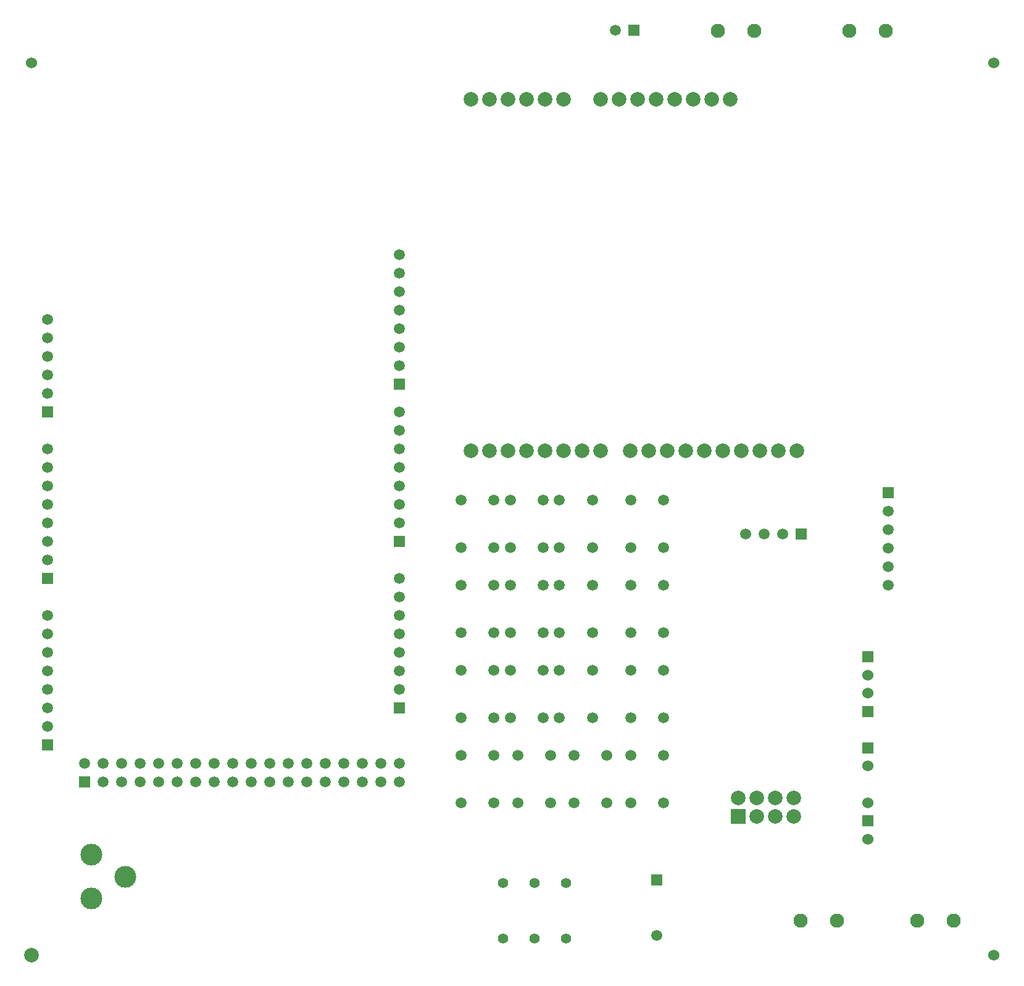
<source format=gbr>
%TF.GenerationSoftware,Altium Limited,Altium Designer,21.8.1 (53)*%
G04 Layer_Color=255*
%FSLAX43Y43*%
%MOMM*%
%TF.SameCoordinates,16DCEB66-4DAC-4E16-A6F7-90F727604106*%
%TF.FilePolarity,Positive*%
%TF.FileFunction,Pads,Bot*%
%TF.Part,Single*%
G01*
G75*
%TA.AperFunction,ComponentPad*%
%ADD14C,2.000*%
%ADD15R,2.000X2.000*%
%ADD16C,1.500*%
%ADD17R,1.500X1.500*%
%ADD18R,1.500X1.500*%
%ADD19C,1.950*%
%TA.AperFunction,ViaPad*%
%ADD20C,1.524*%
%ADD21C,2.000*%
%TA.AperFunction,ComponentPad*%
%ADD22C,3.000*%
%ADD23R,1.524X1.524*%
%ADD24C,1.524*%
%ADD25C,1.400*%
D14*
X99937Y24562D02*
D03*
X102477Y22022D02*
D03*
Y24562D02*
D03*
X105017Y22022D02*
D03*
Y24562D02*
D03*
X107557Y22022D02*
D03*
Y24562D02*
D03*
X98780Y120550D02*
D03*
X96240D02*
D03*
X93700D02*
D03*
X91160D02*
D03*
X88620D02*
D03*
X86080D02*
D03*
X83540D02*
D03*
X81000D02*
D03*
X75920D02*
D03*
X73380D02*
D03*
X70840D02*
D03*
X68300D02*
D03*
X65760D02*
D03*
X63220D02*
D03*
X85064Y72290D02*
D03*
X87604D02*
D03*
X90144D02*
D03*
X92684D02*
D03*
X95224D02*
D03*
X97764D02*
D03*
X100304D02*
D03*
X102844D02*
D03*
X105384D02*
D03*
X107924D02*
D03*
X63220D02*
D03*
X65760D02*
D03*
X68300D02*
D03*
X70840D02*
D03*
X73380D02*
D03*
X75920D02*
D03*
X78460D02*
D03*
X81000D02*
D03*
D15*
X99937Y22022D02*
D03*
D16*
X40767Y29340D02*
D03*
Y26800D02*
D03*
X38227Y29340D02*
D03*
Y26800D02*
D03*
X50927Y29340D02*
D03*
Y26800D02*
D03*
X48387Y29340D02*
D03*
Y26800D02*
D03*
X45847Y29340D02*
D03*
Y26800D02*
D03*
X43307Y29340D02*
D03*
Y26800D02*
D03*
X30607Y29340D02*
D03*
Y26800D02*
D03*
X28067Y29340D02*
D03*
Y26800D02*
D03*
X5207Y87760D02*
D03*
Y82680D02*
D03*
Y80140D02*
D03*
Y85220D02*
D03*
X53467Y39500D02*
D03*
Y42040D02*
D03*
Y44580D02*
D03*
Y47120D02*
D03*
Y49660D02*
D03*
Y52200D02*
D03*
Y54740D02*
D03*
X5207Y90300D02*
D03*
X53467Y77600D02*
D03*
Y75060D02*
D03*
Y72520D02*
D03*
Y69980D02*
D03*
Y67440D02*
D03*
Y64900D02*
D03*
Y62360D02*
D03*
Y99190D02*
D03*
Y96650D02*
D03*
Y94110D02*
D03*
Y91570D02*
D03*
Y89030D02*
D03*
Y86490D02*
D03*
Y83950D02*
D03*
X5207Y49660D02*
D03*
Y47120D02*
D03*
Y44580D02*
D03*
Y42040D02*
D03*
Y39500D02*
D03*
Y36960D02*
D03*
Y34420D02*
D03*
Y72520D02*
D03*
Y69980D02*
D03*
Y67440D02*
D03*
Y64900D02*
D03*
Y62360D02*
D03*
Y59820D02*
D03*
Y57280D02*
D03*
X10287Y29340D02*
D03*
X12827Y26800D02*
D03*
Y29340D02*
D03*
X15367Y26800D02*
D03*
Y29340D02*
D03*
X17907Y26800D02*
D03*
Y29340D02*
D03*
X20447Y26800D02*
D03*
Y29340D02*
D03*
X22987Y26800D02*
D03*
Y29340D02*
D03*
X25527Y26800D02*
D03*
Y29340D02*
D03*
X33147Y26800D02*
D03*
Y29340D02*
D03*
X35687Y26800D02*
D03*
Y29340D02*
D03*
X53467Y26800D02*
D03*
Y29340D02*
D03*
X74153Y30460D02*
D03*
Y23960D02*
D03*
X69653Y30460D02*
D03*
Y23960D02*
D03*
X66401Y65512D02*
D03*
Y59012D02*
D03*
X61901Y65512D02*
D03*
Y59012D02*
D03*
X73153Y65512D02*
D03*
Y59012D02*
D03*
X68653Y65512D02*
D03*
Y59012D02*
D03*
X79905Y65512D02*
D03*
Y59012D02*
D03*
X75405Y65512D02*
D03*
Y59012D02*
D03*
X89657Y65512D02*
D03*
Y59012D02*
D03*
X85157Y65512D02*
D03*
Y59012D02*
D03*
X66401Y53828D02*
D03*
Y47328D02*
D03*
X61901Y53828D02*
D03*
Y47328D02*
D03*
X73153Y53828D02*
D03*
Y47328D02*
D03*
X68653Y53828D02*
D03*
Y47328D02*
D03*
X79905Y53828D02*
D03*
Y47328D02*
D03*
X75405Y53828D02*
D03*
Y47328D02*
D03*
X89657Y53828D02*
D03*
Y47328D02*
D03*
X85157Y53828D02*
D03*
Y47328D02*
D03*
X66401Y42144D02*
D03*
Y35644D02*
D03*
X61901Y42144D02*
D03*
Y35644D02*
D03*
X73153Y42144D02*
D03*
Y35644D02*
D03*
X68653Y42144D02*
D03*
Y35644D02*
D03*
X79905Y42144D02*
D03*
Y35644D02*
D03*
X75405Y42144D02*
D03*
Y35644D02*
D03*
X89657Y42144D02*
D03*
Y35644D02*
D03*
X85157Y42144D02*
D03*
Y35644D02*
D03*
X66401Y30460D02*
D03*
Y23960D02*
D03*
X61901Y30460D02*
D03*
Y23960D02*
D03*
X81905Y30460D02*
D03*
Y23960D02*
D03*
X77405Y30460D02*
D03*
Y23960D02*
D03*
X89657Y30460D02*
D03*
Y23960D02*
D03*
X85157Y30460D02*
D03*
Y23960D02*
D03*
X83110Y129985D02*
D03*
X88773Y5715D02*
D03*
X106030Y60849D02*
D03*
X120523Y64008D02*
D03*
Y58928D02*
D03*
Y61468D02*
D03*
Y56388D02*
D03*
Y53848D02*
D03*
X100950Y60849D02*
D03*
X103490D02*
D03*
D17*
X53467Y36960D02*
D03*
X5207Y77600D02*
D03*
X53467Y59820D02*
D03*
Y81410D02*
D03*
X5207Y31880D02*
D03*
Y54740D02*
D03*
X88773Y13335D02*
D03*
X120523Y66548D02*
D03*
D18*
X10287Y26800D02*
D03*
X85650Y129985D02*
D03*
X108570Y60849D02*
D03*
D19*
X120122Y129950D02*
D03*
X115122D02*
D03*
X102122D02*
D03*
X97122D02*
D03*
X129500Y7747D02*
D03*
X124500D02*
D03*
X108500D02*
D03*
X113500D02*
D03*
D20*
X3000Y125500D02*
D03*
X135000D02*
D03*
Y3000D02*
D03*
D21*
X3000D02*
D03*
D22*
X11176Y10795D02*
D03*
X15876Y13795D02*
D03*
X11176Y16795D02*
D03*
D23*
X117729Y31463D02*
D03*
Y21463D02*
D03*
Y43963D02*
D03*
Y36463D02*
D03*
D24*
Y23963D02*
D03*
Y18963D02*
D03*
Y28963D02*
D03*
Y41463D02*
D03*
Y38963D02*
D03*
D25*
X72009Y12954D02*
D03*
Y5334D02*
D03*
X76327D02*
D03*
Y12954D02*
D03*
X67691Y5334D02*
D03*
Y12954D02*
D03*
%TF.MD5,281ce2d2981555946f579c3778d858b8*%
M02*

</source>
